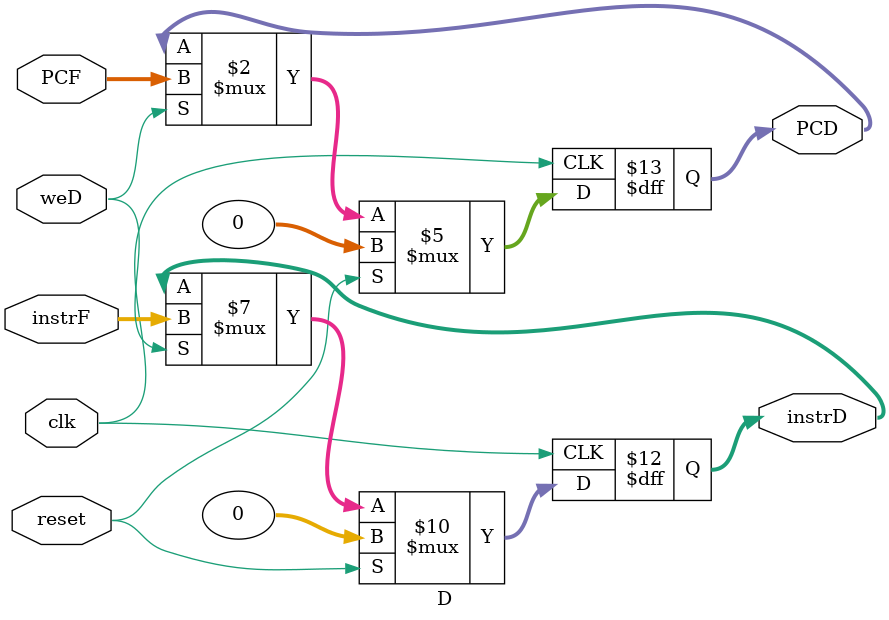
<source format=v>
`timescale 1ns / 1ps
module D(
	input clk,
	input reset,
	input weD,
	input [31:0] instrF,
	input [31:0] PCF,
	output reg [31:0] instrD,
	output reg [31:0] PCD
    );
	 
	always@(posedge clk)begin
		if(reset)begin
			instrD<=0;
			PCD<=0;
		end
		else begin
			if(weD)begin
				instrD<=instrF;
				PCD<=PCF;
			end
		end
	end

endmodule

</source>
